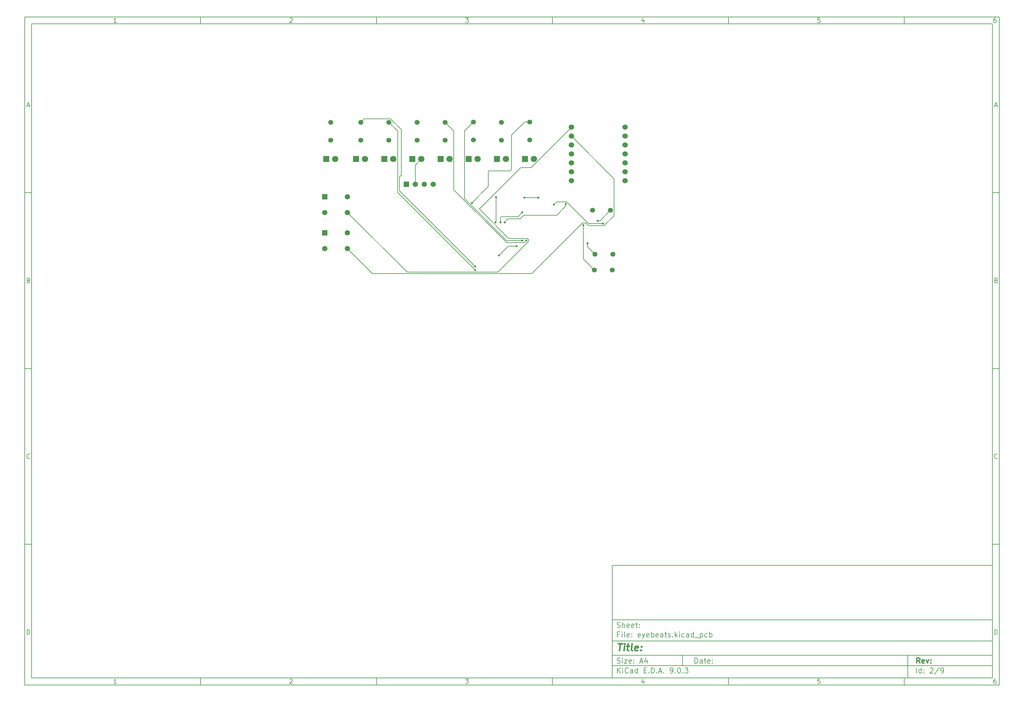
<source format=gbl>
%TF.GenerationSoftware,KiCad,Pcbnew,9.0.3*%
%TF.CreationDate,2025-08-03T00:48:55+01:00*%
%TF.ProjectId,eyebeats,65796562-6561-4747-932e-6b696361645f,rev?*%
%TF.SameCoordinates,Original*%
%TF.FileFunction,Copper,L2,Bot*%
%TF.FilePolarity,Positive*%
%FSLAX46Y46*%
G04 Gerber Fmt 4.6, Leading zero omitted, Abs format (unit mm)*
G04 Created by KiCad (PCBNEW 9.0.3) date 2025-08-03 00:48:55*
%MOMM*%
%LPD*%
G01*
G04 APERTURE LIST*
%ADD10C,0.100000*%
%ADD11C,0.150000*%
%ADD12C,0.300000*%
%ADD13C,0.400000*%
%TA.AperFunction,ComponentPad*%
%ADD14R,1.800000X1.800000*%
%TD*%
%TA.AperFunction,ComponentPad*%
%ADD15C,1.800000*%
%TD*%
%TA.AperFunction,ComponentPad*%
%ADD16C,1.400000*%
%TD*%
%TA.AperFunction,ComponentPad*%
%ADD17C,1.524000*%
%TD*%
%TA.AperFunction,ComponentPad*%
%ADD18R,1.508000X1.508000*%
%TD*%
%TA.AperFunction,ComponentPad*%
%ADD19C,1.508000*%
%TD*%
%TA.AperFunction,ComponentPad*%
%ADD20R,1.498000X1.498000*%
%TD*%
%TA.AperFunction,ComponentPad*%
%ADD21C,1.498000*%
%TD*%
%TA.AperFunction,ViaPad*%
%ADD22C,0.600000*%
%TD*%
%TA.AperFunction,Conductor*%
%ADD23C,0.200000*%
%TD*%
G04 APERTURE END LIST*
D10*
D11*
X177002200Y-166007200D02*
X285002200Y-166007200D01*
X285002200Y-198007200D01*
X177002200Y-198007200D01*
X177002200Y-166007200D01*
D10*
D11*
X10000000Y-10000000D02*
X287002200Y-10000000D01*
X287002200Y-200007200D01*
X10000000Y-200007200D01*
X10000000Y-10000000D01*
D10*
D11*
X12000000Y-12000000D02*
X285002200Y-12000000D01*
X285002200Y-198007200D01*
X12000000Y-198007200D01*
X12000000Y-12000000D01*
D10*
D11*
X60000000Y-12000000D02*
X60000000Y-10000000D01*
D10*
D11*
X110000000Y-12000000D02*
X110000000Y-10000000D01*
D10*
D11*
X160000000Y-12000000D02*
X160000000Y-10000000D01*
D10*
D11*
X210000000Y-12000000D02*
X210000000Y-10000000D01*
D10*
D11*
X260000000Y-12000000D02*
X260000000Y-10000000D01*
D10*
D11*
X36089160Y-11593604D02*
X35346303Y-11593604D01*
X35717731Y-11593604D02*
X35717731Y-10293604D01*
X35717731Y-10293604D02*
X35593922Y-10479319D01*
X35593922Y-10479319D02*
X35470112Y-10603128D01*
X35470112Y-10603128D02*
X35346303Y-10665033D01*
D10*
D11*
X85346303Y-10417414D02*
X85408207Y-10355509D01*
X85408207Y-10355509D02*
X85532017Y-10293604D01*
X85532017Y-10293604D02*
X85841541Y-10293604D01*
X85841541Y-10293604D02*
X85965350Y-10355509D01*
X85965350Y-10355509D02*
X86027255Y-10417414D01*
X86027255Y-10417414D02*
X86089160Y-10541223D01*
X86089160Y-10541223D02*
X86089160Y-10665033D01*
X86089160Y-10665033D02*
X86027255Y-10850747D01*
X86027255Y-10850747D02*
X85284398Y-11593604D01*
X85284398Y-11593604D02*
X86089160Y-11593604D01*
D10*
D11*
X135284398Y-10293604D02*
X136089160Y-10293604D01*
X136089160Y-10293604D02*
X135655826Y-10788842D01*
X135655826Y-10788842D02*
X135841541Y-10788842D01*
X135841541Y-10788842D02*
X135965350Y-10850747D01*
X135965350Y-10850747D02*
X136027255Y-10912652D01*
X136027255Y-10912652D02*
X136089160Y-11036461D01*
X136089160Y-11036461D02*
X136089160Y-11345985D01*
X136089160Y-11345985D02*
X136027255Y-11469795D01*
X136027255Y-11469795D02*
X135965350Y-11531700D01*
X135965350Y-11531700D02*
X135841541Y-11593604D01*
X135841541Y-11593604D02*
X135470112Y-11593604D01*
X135470112Y-11593604D02*
X135346303Y-11531700D01*
X135346303Y-11531700D02*
X135284398Y-11469795D01*
D10*
D11*
X185965350Y-10726938D02*
X185965350Y-11593604D01*
X185655826Y-10231700D02*
X185346303Y-11160271D01*
X185346303Y-11160271D02*
X186151064Y-11160271D01*
D10*
D11*
X236027255Y-10293604D02*
X235408207Y-10293604D01*
X235408207Y-10293604D02*
X235346303Y-10912652D01*
X235346303Y-10912652D02*
X235408207Y-10850747D01*
X235408207Y-10850747D02*
X235532017Y-10788842D01*
X235532017Y-10788842D02*
X235841541Y-10788842D01*
X235841541Y-10788842D02*
X235965350Y-10850747D01*
X235965350Y-10850747D02*
X236027255Y-10912652D01*
X236027255Y-10912652D02*
X236089160Y-11036461D01*
X236089160Y-11036461D02*
X236089160Y-11345985D01*
X236089160Y-11345985D02*
X236027255Y-11469795D01*
X236027255Y-11469795D02*
X235965350Y-11531700D01*
X235965350Y-11531700D02*
X235841541Y-11593604D01*
X235841541Y-11593604D02*
X235532017Y-11593604D01*
X235532017Y-11593604D02*
X235408207Y-11531700D01*
X235408207Y-11531700D02*
X235346303Y-11469795D01*
D10*
D11*
X285965350Y-10293604D02*
X285717731Y-10293604D01*
X285717731Y-10293604D02*
X285593922Y-10355509D01*
X285593922Y-10355509D02*
X285532017Y-10417414D01*
X285532017Y-10417414D02*
X285408207Y-10603128D01*
X285408207Y-10603128D02*
X285346303Y-10850747D01*
X285346303Y-10850747D02*
X285346303Y-11345985D01*
X285346303Y-11345985D02*
X285408207Y-11469795D01*
X285408207Y-11469795D02*
X285470112Y-11531700D01*
X285470112Y-11531700D02*
X285593922Y-11593604D01*
X285593922Y-11593604D02*
X285841541Y-11593604D01*
X285841541Y-11593604D02*
X285965350Y-11531700D01*
X285965350Y-11531700D02*
X286027255Y-11469795D01*
X286027255Y-11469795D02*
X286089160Y-11345985D01*
X286089160Y-11345985D02*
X286089160Y-11036461D01*
X286089160Y-11036461D02*
X286027255Y-10912652D01*
X286027255Y-10912652D02*
X285965350Y-10850747D01*
X285965350Y-10850747D02*
X285841541Y-10788842D01*
X285841541Y-10788842D02*
X285593922Y-10788842D01*
X285593922Y-10788842D02*
X285470112Y-10850747D01*
X285470112Y-10850747D02*
X285408207Y-10912652D01*
X285408207Y-10912652D02*
X285346303Y-11036461D01*
D10*
D11*
X60000000Y-198007200D02*
X60000000Y-200007200D01*
D10*
D11*
X110000000Y-198007200D02*
X110000000Y-200007200D01*
D10*
D11*
X160000000Y-198007200D02*
X160000000Y-200007200D01*
D10*
D11*
X210000000Y-198007200D02*
X210000000Y-200007200D01*
D10*
D11*
X260000000Y-198007200D02*
X260000000Y-200007200D01*
D10*
D11*
X36089160Y-199600804D02*
X35346303Y-199600804D01*
X35717731Y-199600804D02*
X35717731Y-198300804D01*
X35717731Y-198300804D02*
X35593922Y-198486519D01*
X35593922Y-198486519D02*
X35470112Y-198610328D01*
X35470112Y-198610328D02*
X35346303Y-198672233D01*
D10*
D11*
X85346303Y-198424614D02*
X85408207Y-198362709D01*
X85408207Y-198362709D02*
X85532017Y-198300804D01*
X85532017Y-198300804D02*
X85841541Y-198300804D01*
X85841541Y-198300804D02*
X85965350Y-198362709D01*
X85965350Y-198362709D02*
X86027255Y-198424614D01*
X86027255Y-198424614D02*
X86089160Y-198548423D01*
X86089160Y-198548423D02*
X86089160Y-198672233D01*
X86089160Y-198672233D02*
X86027255Y-198857947D01*
X86027255Y-198857947D02*
X85284398Y-199600804D01*
X85284398Y-199600804D02*
X86089160Y-199600804D01*
D10*
D11*
X135284398Y-198300804D02*
X136089160Y-198300804D01*
X136089160Y-198300804D02*
X135655826Y-198796042D01*
X135655826Y-198796042D02*
X135841541Y-198796042D01*
X135841541Y-198796042D02*
X135965350Y-198857947D01*
X135965350Y-198857947D02*
X136027255Y-198919852D01*
X136027255Y-198919852D02*
X136089160Y-199043661D01*
X136089160Y-199043661D02*
X136089160Y-199353185D01*
X136089160Y-199353185D02*
X136027255Y-199476995D01*
X136027255Y-199476995D02*
X135965350Y-199538900D01*
X135965350Y-199538900D02*
X135841541Y-199600804D01*
X135841541Y-199600804D02*
X135470112Y-199600804D01*
X135470112Y-199600804D02*
X135346303Y-199538900D01*
X135346303Y-199538900D02*
X135284398Y-199476995D01*
D10*
D11*
X185965350Y-198734138D02*
X185965350Y-199600804D01*
X185655826Y-198238900D02*
X185346303Y-199167471D01*
X185346303Y-199167471D02*
X186151064Y-199167471D01*
D10*
D11*
X236027255Y-198300804D02*
X235408207Y-198300804D01*
X235408207Y-198300804D02*
X235346303Y-198919852D01*
X235346303Y-198919852D02*
X235408207Y-198857947D01*
X235408207Y-198857947D02*
X235532017Y-198796042D01*
X235532017Y-198796042D02*
X235841541Y-198796042D01*
X235841541Y-198796042D02*
X235965350Y-198857947D01*
X235965350Y-198857947D02*
X236027255Y-198919852D01*
X236027255Y-198919852D02*
X236089160Y-199043661D01*
X236089160Y-199043661D02*
X236089160Y-199353185D01*
X236089160Y-199353185D02*
X236027255Y-199476995D01*
X236027255Y-199476995D02*
X235965350Y-199538900D01*
X235965350Y-199538900D02*
X235841541Y-199600804D01*
X235841541Y-199600804D02*
X235532017Y-199600804D01*
X235532017Y-199600804D02*
X235408207Y-199538900D01*
X235408207Y-199538900D02*
X235346303Y-199476995D01*
D10*
D11*
X285965350Y-198300804D02*
X285717731Y-198300804D01*
X285717731Y-198300804D02*
X285593922Y-198362709D01*
X285593922Y-198362709D02*
X285532017Y-198424614D01*
X285532017Y-198424614D02*
X285408207Y-198610328D01*
X285408207Y-198610328D02*
X285346303Y-198857947D01*
X285346303Y-198857947D02*
X285346303Y-199353185D01*
X285346303Y-199353185D02*
X285408207Y-199476995D01*
X285408207Y-199476995D02*
X285470112Y-199538900D01*
X285470112Y-199538900D02*
X285593922Y-199600804D01*
X285593922Y-199600804D02*
X285841541Y-199600804D01*
X285841541Y-199600804D02*
X285965350Y-199538900D01*
X285965350Y-199538900D02*
X286027255Y-199476995D01*
X286027255Y-199476995D02*
X286089160Y-199353185D01*
X286089160Y-199353185D02*
X286089160Y-199043661D01*
X286089160Y-199043661D02*
X286027255Y-198919852D01*
X286027255Y-198919852D02*
X285965350Y-198857947D01*
X285965350Y-198857947D02*
X285841541Y-198796042D01*
X285841541Y-198796042D02*
X285593922Y-198796042D01*
X285593922Y-198796042D02*
X285470112Y-198857947D01*
X285470112Y-198857947D02*
X285408207Y-198919852D01*
X285408207Y-198919852D02*
X285346303Y-199043661D01*
D10*
D11*
X10000000Y-60000000D02*
X12000000Y-60000000D01*
D10*
D11*
X10000000Y-110000000D02*
X12000000Y-110000000D01*
D10*
D11*
X10000000Y-160000000D02*
X12000000Y-160000000D01*
D10*
D11*
X10690476Y-35222176D02*
X11309523Y-35222176D01*
X10566666Y-35593604D02*
X10999999Y-34293604D01*
X10999999Y-34293604D02*
X11433333Y-35593604D01*
D10*
D11*
X11092857Y-84912652D02*
X11278571Y-84974557D01*
X11278571Y-84974557D02*
X11340476Y-85036461D01*
X11340476Y-85036461D02*
X11402380Y-85160271D01*
X11402380Y-85160271D02*
X11402380Y-85345985D01*
X11402380Y-85345985D02*
X11340476Y-85469795D01*
X11340476Y-85469795D02*
X11278571Y-85531700D01*
X11278571Y-85531700D02*
X11154761Y-85593604D01*
X11154761Y-85593604D02*
X10659523Y-85593604D01*
X10659523Y-85593604D02*
X10659523Y-84293604D01*
X10659523Y-84293604D02*
X11092857Y-84293604D01*
X11092857Y-84293604D02*
X11216666Y-84355509D01*
X11216666Y-84355509D02*
X11278571Y-84417414D01*
X11278571Y-84417414D02*
X11340476Y-84541223D01*
X11340476Y-84541223D02*
X11340476Y-84665033D01*
X11340476Y-84665033D02*
X11278571Y-84788842D01*
X11278571Y-84788842D02*
X11216666Y-84850747D01*
X11216666Y-84850747D02*
X11092857Y-84912652D01*
X11092857Y-84912652D02*
X10659523Y-84912652D01*
D10*
D11*
X11402380Y-135469795D02*
X11340476Y-135531700D01*
X11340476Y-135531700D02*
X11154761Y-135593604D01*
X11154761Y-135593604D02*
X11030952Y-135593604D01*
X11030952Y-135593604D02*
X10845238Y-135531700D01*
X10845238Y-135531700D02*
X10721428Y-135407890D01*
X10721428Y-135407890D02*
X10659523Y-135284080D01*
X10659523Y-135284080D02*
X10597619Y-135036461D01*
X10597619Y-135036461D02*
X10597619Y-134850747D01*
X10597619Y-134850747D02*
X10659523Y-134603128D01*
X10659523Y-134603128D02*
X10721428Y-134479319D01*
X10721428Y-134479319D02*
X10845238Y-134355509D01*
X10845238Y-134355509D02*
X11030952Y-134293604D01*
X11030952Y-134293604D02*
X11154761Y-134293604D01*
X11154761Y-134293604D02*
X11340476Y-134355509D01*
X11340476Y-134355509D02*
X11402380Y-134417414D01*
D10*
D11*
X10659523Y-185593604D02*
X10659523Y-184293604D01*
X10659523Y-184293604D02*
X10969047Y-184293604D01*
X10969047Y-184293604D02*
X11154761Y-184355509D01*
X11154761Y-184355509D02*
X11278571Y-184479319D01*
X11278571Y-184479319D02*
X11340476Y-184603128D01*
X11340476Y-184603128D02*
X11402380Y-184850747D01*
X11402380Y-184850747D02*
X11402380Y-185036461D01*
X11402380Y-185036461D02*
X11340476Y-185284080D01*
X11340476Y-185284080D02*
X11278571Y-185407890D01*
X11278571Y-185407890D02*
X11154761Y-185531700D01*
X11154761Y-185531700D02*
X10969047Y-185593604D01*
X10969047Y-185593604D02*
X10659523Y-185593604D01*
D10*
D11*
X287002200Y-60000000D02*
X285002200Y-60000000D01*
D10*
D11*
X287002200Y-110000000D02*
X285002200Y-110000000D01*
D10*
D11*
X287002200Y-160000000D02*
X285002200Y-160000000D01*
D10*
D11*
X285692676Y-35222176D02*
X286311723Y-35222176D01*
X285568866Y-35593604D02*
X286002199Y-34293604D01*
X286002199Y-34293604D02*
X286435533Y-35593604D01*
D10*
D11*
X286095057Y-84912652D02*
X286280771Y-84974557D01*
X286280771Y-84974557D02*
X286342676Y-85036461D01*
X286342676Y-85036461D02*
X286404580Y-85160271D01*
X286404580Y-85160271D02*
X286404580Y-85345985D01*
X286404580Y-85345985D02*
X286342676Y-85469795D01*
X286342676Y-85469795D02*
X286280771Y-85531700D01*
X286280771Y-85531700D02*
X286156961Y-85593604D01*
X286156961Y-85593604D02*
X285661723Y-85593604D01*
X285661723Y-85593604D02*
X285661723Y-84293604D01*
X285661723Y-84293604D02*
X286095057Y-84293604D01*
X286095057Y-84293604D02*
X286218866Y-84355509D01*
X286218866Y-84355509D02*
X286280771Y-84417414D01*
X286280771Y-84417414D02*
X286342676Y-84541223D01*
X286342676Y-84541223D02*
X286342676Y-84665033D01*
X286342676Y-84665033D02*
X286280771Y-84788842D01*
X286280771Y-84788842D02*
X286218866Y-84850747D01*
X286218866Y-84850747D02*
X286095057Y-84912652D01*
X286095057Y-84912652D02*
X285661723Y-84912652D01*
D10*
D11*
X286404580Y-135469795D02*
X286342676Y-135531700D01*
X286342676Y-135531700D02*
X286156961Y-135593604D01*
X286156961Y-135593604D02*
X286033152Y-135593604D01*
X286033152Y-135593604D02*
X285847438Y-135531700D01*
X285847438Y-135531700D02*
X285723628Y-135407890D01*
X285723628Y-135407890D02*
X285661723Y-135284080D01*
X285661723Y-135284080D02*
X285599819Y-135036461D01*
X285599819Y-135036461D02*
X285599819Y-134850747D01*
X285599819Y-134850747D02*
X285661723Y-134603128D01*
X285661723Y-134603128D02*
X285723628Y-134479319D01*
X285723628Y-134479319D02*
X285847438Y-134355509D01*
X285847438Y-134355509D02*
X286033152Y-134293604D01*
X286033152Y-134293604D02*
X286156961Y-134293604D01*
X286156961Y-134293604D02*
X286342676Y-134355509D01*
X286342676Y-134355509D02*
X286404580Y-134417414D01*
D10*
D11*
X285661723Y-185593604D02*
X285661723Y-184293604D01*
X285661723Y-184293604D02*
X285971247Y-184293604D01*
X285971247Y-184293604D02*
X286156961Y-184355509D01*
X286156961Y-184355509D02*
X286280771Y-184479319D01*
X286280771Y-184479319D02*
X286342676Y-184603128D01*
X286342676Y-184603128D02*
X286404580Y-184850747D01*
X286404580Y-184850747D02*
X286404580Y-185036461D01*
X286404580Y-185036461D02*
X286342676Y-185284080D01*
X286342676Y-185284080D02*
X286280771Y-185407890D01*
X286280771Y-185407890D02*
X286156961Y-185531700D01*
X286156961Y-185531700D02*
X285971247Y-185593604D01*
X285971247Y-185593604D02*
X285661723Y-185593604D01*
D10*
D11*
X200458026Y-193793328D02*
X200458026Y-192293328D01*
X200458026Y-192293328D02*
X200815169Y-192293328D01*
X200815169Y-192293328D02*
X201029455Y-192364757D01*
X201029455Y-192364757D02*
X201172312Y-192507614D01*
X201172312Y-192507614D02*
X201243741Y-192650471D01*
X201243741Y-192650471D02*
X201315169Y-192936185D01*
X201315169Y-192936185D02*
X201315169Y-193150471D01*
X201315169Y-193150471D02*
X201243741Y-193436185D01*
X201243741Y-193436185D02*
X201172312Y-193579042D01*
X201172312Y-193579042D02*
X201029455Y-193721900D01*
X201029455Y-193721900D02*
X200815169Y-193793328D01*
X200815169Y-193793328D02*
X200458026Y-193793328D01*
X202600884Y-193793328D02*
X202600884Y-193007614D01*
X202600884Y-193007614D02*
X202529455Y-192864757D01*
X202529455Y-192864757D02*
X202386598Y-192793328D01*
X202386598Y-192793328D02*
X202100884Y-192793328D01*
X202100884Y-192793328D02*
X201958026Y-192864757D01*
X202600884Y-193721900D02*
X202458026Y-193793328D01*
X202458026Y-193793328D02*
X202100884Y-193793328D01*
X202100884Y-193793328D02*
X201958026Y-193721900D01*
X201958026Y-193721900D02*
X201886598Y-193579042D01*
X201886598Y-193579042D02*
X201886598Y-193436185D01*
X201886598Y-193436185D02*
X201958026Y-193293328D01*
X201958026Y-193293328D02*
X202100884Y-193221900D01*
X202100884Y-193221900D02*
X202458026Y-193221900D01*
X202458026Y-193221900D02*
X202600884Y-193150471D01*
X203100884Y-192793328D02*
X203672312Y-192793328D01*
X203315169Y-192293328D02*
X203315169Y-193579042D01*
X203315169Y-193579042D02*
X203386598Y-193721900D01*
X203386598Y-193721900D02*
X203529455Y-193793328D01*
X203529455Y-193793328D02*
X203672312Y-193793328D01*
X204743741Y-193721900D02*
X204600884Y-193793328D01*
X204600884Y-193793328D02*
X204315170Y-193793328D01*
X204315170Y-193793328D02*
X204172312Y-193721900D01*
X204172312Y-193721900D02*
X204100884Y-193579042D01*
X204100884Y-193579042D02*
X204100884Y-193007614D01*
X204100884Y-193007614D02*
X204172312Y-192864757D01*
X204172312Y-192864757D02*
X204315170Y-192793328D01*
X204315170Y-192793328D02*
X204600884Y-192793328D01*
X204600884Y-192793328D02*
X204743741Y-192864757D01*
X204743741Y-192864757D02*
X204815170Y-193007614D01*
X204815170Y-193007614D02*
X204815170Y-193150471D01*
X204815170Y-193150471D02*
X204100884Y-193293328D01*
X205458026Y-193650471D02*
X205529455Y-193721900D01*
X205529455Y-193721900D02*
X205458026Y-193793328D01*
X205458026Y-193793328D02*
X205386598Y-193721900D01*
X205386598Y-193721900D02*
X205458026Y-193650471D01*
X205458026Y-193650471D02*
X205458026Y-193793328D01*
X205458026Y-192864757D02*
X205529455Y-192936185D01*
X205529455Y-192936185D02*
X205458026Y-193007614D01*
X205458026Y-193007614D02*
X205386598Y-192936185D01*
X205386598Y-192936185D02*
X205458026Y-192864757D01*
X205458026Y-192864757D02*
X205458026Y-193007614D01*
D10*
D11*
X177002200Y-194507200D02*
X285002200Y-194507200D01*
D10*
D11*
X178458026Y-196593328D02*
X178458026Y-195093328D01*
X179315169Y-196593328D02*
X178672312Y-195736185D01*
X179315169Y-195093328D02*
X178458026Y-195950471D01*
X179958026Y-196593328D02*
X179958026Y-195593328D01*
X179958026Y-195093328D02*
X179886598Y-195164757D01*
X179886598Y-195164757D02*
X179958026Y-195236185D01*
X179958026Y-195236185D02*
X180029455Y-195164757D01*
X180029455Y-195164757D02*
X179958026Y-195093328D01*
X179958026Y-195093328D02*
X179958026Y-195236185D01*
X181529455Y-196450471D02*
X181458027Y-196521900D01*
X181458027Y-196521900D02*
X181243741Y-196593328D01*
X181243741Y-196593328D02*
X181100884Y-196593328D01*
X181100884Y-196593328D02*
X180886598Y-196521900D01*
X180886598Y-196521900D02*
X180743741Y-196379042D01*
X180743741Y-196379042D02*
X180672312Y-196236185D01*
X180672312Y-196236185D02*
X180600884Y-195950471D01*
X180600884Y-195950471D02*
X180600884Y-195736185D01*
X180600884Y-195736185D02*
X180672312Y-195450471D01*
X180672312Y-195450471D02*
X180743741Y-195307614D01*
X180743741Y-195307614D02*
X180886598Y-195164757D01*
X180886598Y-195164757D02*
X181100884Y-195093328D01*
X181100884Y-195093328D02*
X181243741Y-195093328D01*
X181243741Y-195093328D02*
X181458027Y-195164757D01*
X181458027Y-195164757D02*
X181529455Y-195236185D01*
X182815170Y-196593328D02*
X182815170Y-195807614D01*
X182815170Y-195807614D02*
X182743741Y-195664757D01*
X182743741Y-195664757D02*
X182600884Y-195593328D01*
X182600884Y-195593328D02*
X182315170Y-195593328D01*
X182315170Y-195593328D02*
X182172312Y-195664757D01*
X182815170Y-196521900D02*
X182672312Y-196593328D01*
X182672312Y-196593328D02*
X182315170Y-196593328D01*
X182315170Y-196593328D02*
X182172312Y-196521900D01*
X182172312Y-196521900D02*
X182100884Y-196379042D01*
X182100884Y-196379042D02*
X182100884Y-196236185D01*
X182100884Y-196236185D02*
X182172312Y-196093328D01*
X182172312Y-196093328D02*
X182315170Y-196021900D01*
X182315170Y-196021900D02*
X182672312Y-196021900D01*
X182672312Y-196021900D02*
X182815170Y-195950471D01*
X184172313Y-196593328D02*
X184172313Y-195093328D01*
X184172313Y-196521900D02*
X184029455Y-196593328D01*
X184029455Y-196593328D02*
X183743741Y-196593328D01*
X183743741Y-196593328D02*
X183600884Y-196521900D01*
X183600884Y-196521900D02*
X183529455Y-196450471D01*
X183529455Y-196450471D02*
X183458027Y-196307614D01*
X183458027Y-196307614D02*
X183458027Y-195879042D01*
X183458027Y-195879042D02*
X183529455Y-195736185D01*
X183529455Y-195736185D02*
X183600884Y-195664757D01*
X183600884Y-195664757D02*
X183743741Y-195593328D01*
X183743741Y-195593328D02*
X184029455Y-195593328D01*
X184029455Y-195593328D02*
X184172313Y-195664757D01*
X186029455Y-195807614D02*
X186529455Y-195807614D01*
X186743741Y-196593328D02*
X186029455Y-196593328D01*
X186029455Y-196593328D02*
X186029455Y-195093328D01*
X186029455Y-195093328D02*
X186743741Y-195093328D01*
X187386598Y-196450471D02*
X187458027Y-196521900D01*
X187458027Y-196521900D02*
X187386598Y-196593328D01*
X187386598Y-196593328D02*
X187315170Y-196521900D01*
X187315170Y-196521900D02*
X187386598Y-196450471D01*
X187386598Y-196450471D02*
X187386598Y-196593328D01*
X188100884Y-196593328D02*
X188100884Y-195093328D01*
X188100884Y-195093328D02*
X188458027Y-195093328D01*
X188458027Y-195093328D02*
X188672313Y-195164757D01*
X188672313Y-195164757D02*
X188815170Y-195307614D01*
X188815170Y-195307614D02*
X188886599Y-195450471D01*
X188886599Y-195450471D02*
X188958027Y-195736185D01*
X188958027Y-195736185D02*
X188958027Y-195950471D01*
X188958027Y-195950471D02*
X188886599Y-196236185D01*
X188886599Y-196236185D02*
X188815170Y-196379042D01*
X188815170Y-196379042D02*
X188672313Y-196521900D01*
X188672313Y-196521900D02*
X188458027Y-196593328D01*
X188458027Y-196593328D02*
X188100884Y-196593328D01*
X189600884Y-196450471D02*
X189672313Y-196521900D01*
X189672313Y-196521900D02*
X189600884Y-196593328D01*
X189600884Y-196593328D02*
X189529456Y-196521900D01*
X189529456Y-196521900D02*
X189600884Y-196450471D01*
X189600884Y-196450471D02*
X189600884Y-196593328D01*
X190243742Y-196164757D02*
X190958028Y-196164757D01*
X190100885Y-196593328D02*
X190600885Y-195093328D01*
X190600885Y-195093328D02*
X191100885Y-196593328D01*
X191600884Y-196450471D02*
X191672313Y-196521900D01*
X191672313Y-196521900D02*
X191600884Y-196593328D01*
X191600884Y-196593328D02*
X191529456Y-196521900D01*
X191529456Y-196521900D02*
X191600884Y-196450471D01*
X191600884Y-196450471D02*
X191600884Y-196593328D01*
X193529456Y-196593328D02*
X193815170Y-196593328D01*
X193815170Y-196593328D02*
X193958027Y-196521900D01*
X193958027Y-196521900D02*
X194029456Y-196450471D01*
X194029456Y-196450471D02*
X194172313Y-196236185D01*
X194172313Y-196236185D02*
X194243742Y-195950471D01*
X194243742Y-195950471D02*
X194243742Y-195379042D01*
X194243742Y-195379042D02*
X194172313Y-195236185D01*
X194172313Y-195236185D02*
X194100885Y-195164757D01*
X194100885Y-195164757D02*
X193958027Y-195093328D01*
X193958027Y-195093328D02*
X193672313Y-195093328D01*
X193672313Y-195093328D02*
X193529456Y-195164757D01*
X193529456Y-195164757D02*
X193458027Y-195236185D01*
X193458027Y-195236185D02*
X193386599Y-195379042D01*
X193386599Y-195379042D02*
X193386599Y-195736185D01*
X193386599Y-195736185D02*
X193458027Y-195879042D01*
X193458027Y-195879042D02*
X193529456Y-195950471D01*
X193529456Y-195950471D02*
X193672313Y-196021900D01*
X193672313Y-196021900D02*
X193958027Y-196021900D01*
X193958027Y-196021900D02*
X194100885Y-195950471D01*
X194100885Y-195950471D02*
X194172313Y-195879042D01*
X194172313Y-195879042D02*
X194243742Y-195736185D01*
X194886598Y-196450471D02*
X194958027Y-196521900D01*
X194958027Y-196521900D02*
X194886598Y-196593328D01*
X194886598Y-196593328D02*
X194815170Y-196521900D01*
X194815170Y-196521900D02*
X194886598Y-196450471D01*
X194886598Y-196450471D02*
X194886598Y-196593328D01*
X195886599Y-195093328D02*
X196029456Y-195093328D01*
X196029456Y-195093328D02*
X196172313Y-195164757D01*
X196172313Y-195164757D02*
X196243742Y-195236185D01*
X196243742Y-195236185D02*
X196315170Y-195379042D01*
X196315170Y-195379042D02*
X196386599Y-195664757D01*
X196386599Y-195664757D02*
X196386599Y-196021900D01*
X196386599Y-196021900D02*
X196315170Y-196307614D01*
X196315170Y-196307614D02*
X196243742Y-196450471D01*
X196243742Y-196450471D02*
X196172313Y-196521900D01*
X196172313Y-196521900D02*
X196029456Y-196593328D01*
X196029456Y-196593328D02*
X195886599Y-196593328D01*
X195886599Y-196593328D02*
X195743742Y-196521900D01*
X195743742Y-196521900D02*
X195672313Y-196450471D01*
X195672313Y-196450471D02*
X195600884Y-196307614D01*
X195600884Y-196307614D02*
X195529456Y-196021900D01*
X195529456Y-196021900D02*
X195529456Y-195664757D01*
X195529456Y-195664757D02*
X195600884Y-195379042D01*
X195600884Y-195379042D02*
X195672313Y-195236185D01*
X195672313Y-195236185D02*
X195743742Y-195164757D01*
X195743742Y-195164757D02*
X195886599Y-195093328D01*
X197029455Y-196450471D02*
X197100884Y-196521900D01*
X197100884Y-196521900D02*
X197029455Y-196593328D01*
X197029455Y-196593328D02*
X196958027Y-196521900D01*
X196958027Y-196521900D02*
X197029455Y-196450471D01*
X197029455Y-196450471D02*
X197029455Y-196593328D01*
X197600884Y-195093328D02*
X198529456Y-195093328D01*
X198529456Y-195093328D02*
X198029456Y-195664757D01*
X198029456Y-195664757D02*
X198243741Y-195664757D01*
X198243741Y-195664757D02*
X198386599Y-195736185D01*
X198386599Y-195736185D02*
X198458027Y-195807614D01*
X198458027Y-195807614D02*
X198529456Y-195950471D01*
X198529456Y-195950471D02*
X198529456Y-196307614D01*
X198529456Y-196307614D02*
X198458027Y-196450471D01*
X198458027Y-196450471D02*
X198386599Y-196521900D01*
X198386599Y-196521900D02*
X198243741Y-196593328D01*
X198243741Y-196593328D02*
X197815170Y-196593328D01*
X197815170Y-196593328D02*
X197672313Y-196521900D01*
X197672313Y-196521900D02*
X197600884Y-196450471D01*
D10*
D11*
X177002200Y-191507200D02*
X285002200Y-191507200D01*
D10*
D12*
X264413853Y-193785528D02*
X263913853Y-193071242D01*
X263556710Y-193785528D02*
X263556710Y-192285528D01*
X263556710Y-192285528D02*
X264128139Y-192285528D01*
X264128139Y-192285528D02*
X264270996Y-192356957D01*
X264270996Y-192356957D02*
X264342425Y-192428385D01*
X264342425Y-192428385D02*
X264413853Y-192571242D01*
X264413853Y-192571242D02*
X264413853Y-192785528D01*
X264413853Y-192785528D02*
X264342425Y-192928385D01*
X264342425Y-192928385D02*
X264270996Y-192999814D01*
X264270996Y-192999814D02*
X264128139Y-193071242D01*
X264128139Y-193071242D02*
X263556710Y-193071242D01*
X265628139Y-193714100D02*
X265485282Y-193785528D01*
X265485282Y-193785528D02*
X265199568Y-193785528D01*
X265199568Y-193785528D02*
X265056710Y-193714100D01*
X265056710Y-193714100D02*
X264985282Y-193571242D01*
X264985282Y-193571242D02*
X264985282Y-192999814D01*
X264985282Y-192999814D02*
X265056710Y-192856957D01*
X265056710Y-192856957D02*
X265199568Y-192785528D01*
X265199568Y-192785528D02*
X265485282Y-192785528D01*
X265485282Y-192785528D02*
X265628139Y-192856957D01*
X265628139Y-192856957D02*
X265699568Y-192999814D01*
X265699568Y-192999814D02*
X265699568Y-193142671D01*
X265699568Y-193142671D02*
X264985282Y-193285528D01*
X266199567Y-192785528D02*
X266556710Y-193785528D01*
X266556710Y-193785528D02*
X266913853Y-192785528D01*
X267485281Y-193642671D02*
X267556710Y-193714100D01*
X267556710Y-193714100D02*
X267485281Y-193785528D01*
X267485281Y-193785528D02*
X267413853Y-193714100D01*
X267413853Y-193714100D02*
X267485281Y-193642671D01*
X267485281Y-193642671D02*
X267485281Y-193785528D01*
X267485281Y-192856957D02*
X267556710Y-192928385D01*
X267556710Y-192928385D02*
X267485281Y-192999814D01*
X267485281Y-192999814D02*
X267413853Y-192928385D01*
X267413853Y-192928385D02*
X267485281Y-192856957D01*
X267485281Y-192856957D02*
X267485281Y-192999814D01*
D10*
D11*
X178386598Y-193721900D02*
X178600884Y-193793328D01*
X178600884Y-193793328D02*
X178958026Y-193793328D01*
X178958026Y-193793328D02*
X179100884Y-193721900D01*
X179100884Y-193721900D02*
X179172312Y-193650471D01*
X179172312Y-193650471D02*
X179243741Y-193507614D01*
X179243741Y-193507614D02*
X179243741Y-193364757D01*
X179243741Y-193364757D02*
X179172312Y-193221900D01*
X179172312Y-193221900D02*
X179100884Y-193150471D01*
X179100884Y-193150471D02*
X178958026Y-193079042D01*
X178958026Y-193079042D02*
X178672312Y-193007614D01*
X178672312Y-193007614D02*
X178529455Y-192936185D01*
X178529455Y-192936185D02*
X178458026Y-192864757D01*
X178458026Y-192864757D02*
X178386598Y-192721900D01*
X178386598Y-192721900D02*
X178386598Y-192579042D01*
X178386598Y-192579042D02*
X178458026Y-192436185D01*
X178458026Y-192436185D02*
X178529455Y-192364757D01*
X178529455Y-192364757D02*
X178672312Y-192293328D01*
X178672312Y-192293328D02*
X179029455Y-192293328D01*
X179029455Y-192293328D02*
X179243741Y-192364757D01*
X179886597Y-193793328D02*
X179886597Y-192793328D01*
X179886597Y-192293328D02*
X179815169Y-192364757D01*
X179815169Y-192364757D02*
X179886597Y-192436185D01*
X179886597Y-192436185D02*
X179958026Y-192364757D01*
X179958026Y-192364757D02*
X179886597Y-192293328D01*
X179886597Y-192293328D02*
X179886597Y-192436185D01*
X180458026Y-192793328D02*
X181243741Y-192793328D01*
X181243741Y-192793328D02*
X180458026Y-193793328D01*
X180458026Y-193793328D02*
X181243741Y-193793328D01*
X182386598Y-193721900D02*
X182243741Y-193793328D01*
X182243741Y-193793328D02*
X181958027Y-193793328D01*
X181958027Y-193793328D02*
X181815169Y-193721900D01*
X181815169Y-193721900D02*
X181743741Y-193579042D01*
X181743741Y-193579042D02*
X181743741Y-193007614D01*
X181743741Y-193007614D02*
X181815169Y-192864757D01*
X181815169Y-192864757D02*
X181958027Y-192793328D01*
X181958027Y-192793328D02*
X182243741Y-192793328D01*
X182243741Y-192793328D02*
X182386598Y-192864757D01*
X182386598Y-192864757D02*
X182458027Y-193007614D01*
X182458027Y-193007614D02*
X182458027Y-193150471D01*
X182458027Y-193150471D02*
X181743741Y-193293328D01*
X183100883Y-193650471D02*
X183172312Y-193721900D01*
X183172312Y-193721900D02*
X183100883Y-193793328D01*
X183100883Y-193793328D02*
X183029455Y-193721900D01*
X183029455Y-193721900D02*
X183100883Y-193650471D01*
X183100883Y-193650471D02*
X183100883Y-193793328D01*
X183100883Y-192864757D02*
X183172312Y-192936185D01*
X183172312Y-192936185D02*
X183100883Y-193007614D01*
X183100883Y-193007614D02*
X183029455Y-192936185D01*
X183029455Y-192936185D02*
X183100883Y-192864757D01*
X183100883Y-192864757D02*
X183100883Y-193007614D01*
X184886598Y-193364757D02*
X185600884Y-193364757D01*
X184743741Y-193793328D02*
X185243741Y-192293328D01*
X185243741Y-192293328D02*
X185743741Y-193793328D01*
X186886598Y-192793328D02*
X186886598Y-193793328D01*
X186529455Y-192221900D02*
X186172312Y-193293328D01*
X186172312Y-193293328D02*
X187100883Y-193293328D01*
D10*
D11*
X263458026Y-196593328D02*
X263458026Y-195093328D01*
X264815170Y-196593328D02*
X264815170Y-195093328D01*
X264815170Y-196521900D02*
X264672312Y-196593328D01*
X264672312Y-196593328D02*
X264386598Y-196593328D01*
X264386598Y-196593328D02*
X264243741Y-196521900D01*
X264243741Y-196521900D02*
X264172312Y-196450471D01*
X264172312Y-196450471D02*
X264100884Y-196307614D01*
X264100884Y-196307614D02*
X264100884Y-195879042D01*
X264100884Y-195879042D02*
X264172312Y-195736185D01*
X264172312Y-195736185D02*
X264243741Y-195664757D01*
X264243741Y-195664757D02*
X264386598Y-195593328D01*
X264386598Y-195593328D02*
X264672312Y-195593328D01*
X264672312Y-195593328D02*
X264815170Y-195664757D01*
X265529455Y-196450471D02*
X265600884Y-196521900D01*
X265600884Y-196521900D02*
X265529455Y-196593328D01*
X265529455Y-196593328D02*
X265458027Y-196521900D01*
X265458027Y-196521900D02*
X265529455Y-196450471D01*
X265529455Y-196450471D02*
X265529455Y-196593328D01*
X265529455Y-195664757D02*
X265600884Y-195736185D01*
X265600884Y-195736185D02*
X265529455Y-195807614D01*
X265529455Y-195807614D02*
X265458027Y-195736185D01*
X265458027Y-195736185D02*
X265529455Y-195664757D01*
X265529455Y-195664757D02*
X265529455Y-195807614D01*
X267315170Y-195236185D02*
X267386598Y-195164757D01*
X267386598Y-195164757D02*
X267529456Y-195093328D01*
X267529456Y-195093328D02*
X267886598Y-195093328D01*
X267886598Y-195093328D02*
X268029456Y-195164757D01*
X268029456Y-195164757D02*
X268100884Y-195236185D01*
X268100884Y-195236185D02*
X268172313Y-195379042D01*
X268172313Y-195379042D02*
X268172313Y-195521900D01*
X268172313Y-195521900D02*
X268100884Y-195736185D01*
X268100884Y-195736185D02*
X267243741Y-196593328D01*
X267243741Y-196593328D02*
X268172313Y-196593328D01*
X269886598Y-195021900D02*
X268600884Y-196950471D01*
X270458027Y-196593328D02*
X270743741Y-196593328D01*
X270743741Y-196593328D02*
X270886598Y-196521900D01*
X270886598Y-196521900D02*
X270958027Y-196450471D01*
X270958027Y-196450471D02*
X271100884Y-196236185D01*
X271100884Y-196236185D02*
X271172313Y-195950471D01*
X271172313Y-195950471D02*
X271172313Y-195379042D01*
X271172313Y-195379042D02*
X271100884Y-195236185D01*
X271100884Y-195236185D02*
X271029456Y-195164757D01*
X271029456Y-195164757D02*
X270886598Y-195093328D01*
X270886598Y-195093328D02*
X270600884Y-195093328D01*
X270600884Y-195093328D02*
X270458027Y-195164757D01*
X270458027Y-195164757D02*
X270386598Y-195236185D01*
X270386598Y-195236185D02*
X270315170Y-195379042D01*
X270315170Y-195379042D02*
X270315170Y-195736185D01*
X270315170Y-195736185D02*
X270386598Y-195879042D01*
X270386598Y-195879042D02*
X270458027Y-195950471D01*
X270458027Y-195950471D02*
X270600884Y-196021900D01*
X270600884Y-196021900D02*
X270886598Y-196021900D01*
X270886598Y-196021900D02*
X271029456Y-195950471D01*
X271029456Y-195950471D02*
X271100884Y-195879042D01*
X271100884Y-195879042D02*
X271172313Y-195736185D01*
D10*
D11*
X177002200Y-187507200D02*
X285002200Y-187507200D01*
D10*
D13*
X178693928Y-188211638D02*
X179836785Y-188211638D01*
X179015357Y-190211638D02*
X179265357Y-188211638D01*
X180253452Y-190211638D02*
X180420119Y-188878304D01*
X180503452Y-188211638D02*
X180396309Y-188306876D01*
X180396309Y-188306876D02*
X180479643Y-188402114D01*
X180479643Y-188402114D02*
X180586786Y-188306876D01*
X180586786Y-188306876D02*
X180503452Y-188211638D01*
X180503452Y-188211638D02*
X180479643Y-188402114D01*
X181086786Y-188878304D02*
X181848690Y-188878304D01*
X181455833Y-188211638D02*
X181241548Y-189925923D01*
X181241548Y-189925923D02*
X181312976Y-190116400D01*
X181312976Y-190116400D02*
X181491548Y-190211638D01*
X181491548Y-190211638D02*
X181682024Y-190211638D01*
X182634405Y-190211638D02*
X182455833Y-190116400D01*
X182455833Y-190116400D02*
X182384405Y-189925923D01*
X182384405Y-189925923D02*
X182598690Y-188211638D01*
X184170119Y-190116400D02*
X183967738Y-190211638D01*
X183967738Y-190211638D02*
X183586785Y-190211638D01*
X183586785Y-190211638D02*
X183408214Y-190116400D01*
X183408214Y-190116400D02*
X183336785Y-189925923D01*
X183336785Y-189925923D02*
X183432024Y-189164019D01*
X183432024Y-189164019D02*
X183551071Y-188973542D01*
X183551071Y-188973542D02*
X183753452Y-188878304D01*
X183753452Y-188878304D02*
X184134404Y-188878304D01*
X184134404Y-188878304D02*
X184312976Y-188973542D01*
X184312976Y-188973542D02*
X184384404Y-189164019D01*
X184384404Y-189164019D02*
X184360595Y-189354495D01*
X184360595Y-189354495D02*
X183384404Y-189544971D01*
X185134405Y-190021161D02*
X185217738Y-190116400D01*
X185217738Y-190116400D02*
X185110595Y-190211638D01*
X185110595Y-190211638D02*
X185027262Y-190116400D01*
X185027262Y-190116400D02*
X185134405Y-190021161D01*
X185134405Y-190021161D02*
X185110595Y-190211638D01*
X185265357Y-188973542D02*
X185348690Y-189068780D01*
X185348690Y-189068780D02*
X185241548Y-189164019D01*
X185241548Y-189164019D02*
X185158214Y-189068780D01*
X185158214Y-189068780D02*
X185265357Y-188973542D01*
X185265357Y-188973542D02*
X185241548Y-189164019D01*
D10*
D11*
X178958026Y-185607614D02*
X178458026Y-185607614D01*
X178458026Y-186393328D02*
X178458026Y-184893328D01*
X178458026Y-184893328D02*
X179172312Y-184893328D01*
X179743740Y-186393328D02*
X179743740Y-185393328D01*
X179743740Y-184893328D02*
X179672312Y-184964757D01*
X179672312Y-184964757D02*
X179743740Y-185036185D01*
X179743740Y-185036185D02*
X179815169Y-184964757D01*
X179815169Y-184964757D02*
X179743740Y-184893328D01*
X179743740Y-184893328D02*
X179743740Y-185036185D01*
X180672312Y-186393328D02*
X180529455Y-186321900D01*
X180529455Y-186321900D02*
X180458026Y-186179042D01*
X180458026Y-186179042D02*
X180458026Y-184893328D01*
X181815169Y-186321900D02*
X181672312Y-186393328D01*
X181672312Y-186393328D02*
X181386598Y-186393328D01*
X181386598Y-186393328D02*
X181243740Y-186321900D01*
X181243740Y-186321900D02*
X181172312Y-186179042D01*
X181172312Y-186179042D02*
X181172312Y-185607614D01*
X181172312Y-185607614D02*
X181243740Y-185464757D01*
X181243740Y-185464757D02*
X181386598Y-185393328D01*
X181386598Y-185393328D02*
X181672312Y-185393328D01*
X181672312Y-185393328D02*
X181815169Y-185464757D01*
X181815169Y-185464757D02*
X181886598Y-185607614D01*
X181886598Y-185607614D02*
X181886598Y-185750471D01*
X181886598Y-185750471D02*
X181172312Y-185893328D01*
X182529454Y-186250471D02*
X182600883Y-186321900D01*
X182600883Y-186321900D02*
X182529454Y-186393328D01*
X182529454Y-186393328D02*
X182458026Y-186321900D01*
X182458026Y-186321900D02*
X182529454Y-186250471D01*
X182529454Y-186250471D02*
X182529454Y-186393328D01*
X182529454Y-185464757D02*
X182600883Y-185536185D01*
X182600883Y-185536185D02*
X182529454Y-185607614D01*
X182529454Y-185607614D02*
X182458026Y-185536185D01*
X182458026Y-185536185D02*
X182529454Y-185464757D01*
X182529454Y-185464757D02*
X182529454Y-185607614D01*
X184958026Y-186321900D02*
X184815169Y-186393328D01*
X184815169Y-186393328D02*
X184529455Y-186393328D01*
X184529455Y-186393328D02*
X184386597Y-186321900D01*
X184386597Y-186321900D02*
X184315169Y-186179042D01*
X184315169Y-186179042D02*
X184315169Y-185607614D01*
X184315169Y-185607614D02*
X184386597Y-185464757D01*
X184386597Y-185464757D02*
X184529455Y-185393328D01*
X184529455Y-185393328D02*
X184815169Y-185393328D01*
X184815169Y-185393328D02*
X184958026Y-185464757D01*
X184958026Y-185464757D02*
X185029455Y-185607614D01*
X185029455Y-185607614D02*
X185029455Y-185750471D01*
X185029455Y-185750471D02*
X184315169Y-185893328D01*
X185529454Y-185393328D02*
X185886597Y-186393328D01*
X186243740Y-185393328D02*
X185886597Y-186393328D01*
X185886597Y-186393328D02*
X185743740Y-186750471D01*
X185743740Y-186750471D02*
X185672311Y-186821900D01*
X185672311Y-186821900D02*
X185529454Y-186893328D01*
X187386597Y-186321900D02*
X187243740Y-186393328D01*
X187243740Y-186393328D02*
X186958026Y-186393328D01*
X186958026Y-186393328D02*
X186815168Y-186321900D01*
X186815168Y-186321900D02*
X186743740Y-186179042D01*
X186743740Y-186179042D02*
X186743740Y-185607614D01*
X186743740Y-185607614D02*
X186815168Y-185464757D01*
X186815168Y-185464757D02*
X186958026Y-185393328D01*
X186958026Y-185393328D02*
X187243740Y-185393328D01*
X187243740Y-185393328D02*
X187386597Y-185464757D01*
X187386597Y-185464757D02*
X187458026Y-185607614D01*
X187458026Y-185607614D02*
X187458026Y-185750471D01*
X187458026Y-185750471D02*
X186743740Y-185893328D01*
X188100882Y-186393328D02*
X188100882Y-184893328D01*
X188100882Y-185464757D02*
X188243740Y-185393328D01*
X188243740Y-185393328D02*
X188529454Y-185393328D01*
X188529454Y-185393328D02*
X188672311Y-185464757D01*
X188672311Y-185464757D02*
X188743740Y-185536185D01*
X188743740Y-185536185D02*
X188815168Y-185679042D01*
X188815168Y-185679042D02*
X188815168Y-186107614D01*
X188815168Y-186107614D02*
X188743740Y-186250471D01*
X188743740Y-186250471D02*
X188672311Y-186321900D01*
X188672311Y-186321900D02*
X188529454Y-186393328D01*
X188529454Y-186393328D02*
X188243740Y-186393328D01*
X188243740Y-186393328D02*
X188100882Y-186321900D01*
X190029454Y-186321900D02*
X189886597Y-186393328D01*
X189886597Y-186393328D02*
X189600883Y-186393328D01*
X189600883Y-186393328D02*
X189458025Y-186321900D01*
X189458025Y-186321900D02*
X189386597Y-186179042D01*
X189386597Y-186179042D02*
X189386597Y-185607614D01*
X189386597Y-185607614D02*
X189458025Y-185464757D01*
X189458025Y-185464757D02*
X189600883Y-185393328D01*
X189600883Y-185393328D02*
X189886597Y-185393328D01*
X189886597Y-185393328D02*
X190029454Y-185464757D01*
X190029454Y-185464757D02*
X190100883Y-185607614D01*
X190100883Y-185607614D02*
X190100883Y-185750471D01*
X190100883Y-185750471D02*
X189386597Y-185893328D01*
X191386597Y-186393328D02*
X191386597Y-185607614D01*
X191386597Y-185607614D02*
X191315168Y-185464757D01*
X191315168Y-185464757D02*
X191172311Y-185393328D01*
X191172311Y-185393328D02*
X190886597Y-185393328D01*
X190886597Y-185393328D02*
X190743739Y-185464757D01*
X191386597Y-186321900D02*
X191243739Y-186393328D01*
X191243739Y-186393328D02*
X190886597Y-186393328D01*
X190886597Y-186393328D02*
X190743739Y-186321900D01*
X190743739Y-186321900D02*
X190672311Y-186179042D01*
X190672311Y-186179042D02*
X190672311Y-186036185D01*
X190672311Y-186036185D02*
X190743739Y-185893328D01*
X190743739Y-185893328D02*
X190886597Y-185821900D01*
X190886597Y-185821900D02*
X191243739Y-185821900D01*
X191243739Y-185821900D02*
X191386597Y-185750471D01*
X191886597Y-185393328D02*
X192458025Y-185393328D01*
X192100882Y-184893328D02*
X192100882Y-186179042D01*
X192100882Y-186179042D02*
X192172311Y-186321900D01*
X192172311Y-186321900D02*
X192315168Y-186393328D01*
X192315168Y-186393328D02*
X192458025Y-186393328D01*
X192886597Y-186321900D02*
X193029454Y-186393328D01*
X193029454Y-186393328D02*
X193315168Y-186393328D01*
X193315168Y-186393328D02*
X193458025Y-186321900D01*
X193458025Y-186321900D02*
X193529454Y-186179042D01*
X193529454Y-186179042D02*
X193529454Y-186107614D01*
X193529454Y-186107614D02*
X193458025Y-185964757D01*
X193458025Y-185964757D02*
X193315168Y-185893328D01*
X193315168Y-185893328D02*
X193100883Y-185893328D01*
X193100883Y-185893328D02*
X192958025Y-185821900D01*
X192958025Y-185821900D02*
X192886597Y-185679042D01*
X192886597Y-185679042D02*
X192886597Y-185607614D01*
X192886597Y-185607614D02*
X192958025Y-185464757D01*
X192958025Y-185464757D02*
X193100883Y-185393328D01*
X193100883Y-185393328D02*
X193315168Y-185393328D01*
X193315168Y-185393328D02*
X193458025Y-185464757D01*
X194172311Y-186250471D02*
X194243740Y-186321900D01*
X194243740Y-186321900D02*
X194172311Y-186393328D01*
X194172311Y-186393328D02*
X194100883Y-186321900D01*
X194100883Y-186321900D02*
X194172311Y-186250471D01*
X194172311Y-186250471D02*
X194172311Y-186393328D01*
X194886597Y-186393328D02*
X194886597Y-184893328D01*
X195029455Y-185821900D02*
X195458026Y-186393328D01*
X195458026Y-185393328D02*
X194886597Y-185964757D01*
X196100883Y-186393328D02*
X196100883Y-185393328D01*
X196100883Y-184893328D02*
X196029455Y-184964757D01*
X196029455Y-184964757D02*
X196100883Y-185036185D01*
X196100883Y-185036185D02*
X196172312Y-184964757D01*
X196172312Y-184964757D02*
X196100883Y-184893328D01*
X196100883Y-184893328D02*
X196100883Y-185036185D01*
X197458027Y-186321900D02*
X197315169Y-186393328D01*
X197315169Y-186393328D02*
X197029455Y-186393328D01*
X197029455Y-186393328D02*
X196886598Y-186321900D01*
X196886598Y-186321900D02*
X196815169Y-186250471D01*
X196815169Y-186250471D02*
X196743741Y-186107614D01*
X196743741Y-186107614D02*
X196743741Y-185679042D01*
X196743741Y-185679042D02*
X196815169Y-185536185D01*
X196815169Y-185536185D02*
X196886598Y-185464757D01*
X196886598Y-185464757D02*
X197029455Y-185393328D01*
X197029455Y-185393328D02*
X197315169Y-185393328D01*
X197315169Y-185393328D02*
X197458027Y-185464757D01*
X198743741Y-186393328D02*
X198743741Y-185607614D01*
X198743741Y-185607614D02*
X198672312Y-185464757D01*
X198672312Y-185464757D02*
X198529455Y-185393328D01*
X198529455Y-185393328D02*
X198243741Y-185393328D01*
X198243741Y-185393328D02*
X198100883Y-185464757D01*
X198743741Y-186321900D02*
X198600883Y-186393328D01*
X198600883Y-186393328D02*
X198243741Y-186393328D01*
X198243741Y-186393328D02*
X198100883Y-186321900D01*
X198100883Y-186321900D02*
X198029455Y-186179042D01*
X198029455Y-186179042D02*
X198029455Y-186036185D01*
X198029455Y-186036185D02*
X198100883Y-185893328D01*
X198100883Y-185893328D02*
X198243741Y-185821900D01*
X198243741Y-185821900D02*
X198600883Y-185821900D01*
X198600883Y-185821900D02*
X198743741Y-185750471D01*
X200100884Y-186393328D02*
X200100884Y-184893328D01*
X200100884Y-186321900D02*
X199958026Y-186393328D01*
X199958026Y-186393328D02*
X199672312Y-186393328D01*
X199672312Y-186393328D02*
X199529455Y-186321900D01*
X199529455Y-186321900D02*
X199458026Y-186250471D01*
X199458026Y-186250471D02*
X199386598Y-186107614D01*
X199386598Y-186107614D02*
X199386598Y-185679042D01*
X199386598Y-185679042D02*
X199458026Y-185536185D01*
X199458026Y-185536185D02*
X199529455Y-185464757D01*
X199529455Y-185464757D02*
X199672312Y-185393328D01*
X199672312Y-185393328D02*
X199958026Y-185393328D01*
X199958026Y-185393328D02*
X200100884Y-185464757D01*
X200458027Y-186536185D02*
X201600884Y-186536185D01*
X201958026Y-185393328D02*
X201958026Y-186893328D01*
X201958026Y-185464757D02*
X202100884Y-185393328D01*
X202100884Y-185393328D02*
X202386598Y-185393328D01*
X202386598Y-185393328D02*
X202529455Y-185464757D01*
X202529455Y-185464757D02*
X202600884Y-185536185D01*
X202600884Y-185536185D02*
X202672312Y-185679042D01*
X202672312Y-185679042D02*
X202672312Y-186107614D01*
X202672312Y-186107614D02*
X202600884Y-186250471D01*
X202600884Y-186250471D02*
X202529455Y-186321900D01*
X202529455Y-186321900D02*
X202386598Y-186393328D01*
X202386598Y-186393328D02*
X202100884Y-186393328D01*
X202100884Y-186393328D02*
X201958026Y-186321900D01*
X203958027Y-186321900D02*
X203815169Y-186393328D01*
X203815169Y-186393328D02*
X203529455Y-186393328D01*
X203529455Y-186393328D02*
X203386598Y-186321900D01*
X203386598Y-186321900D02*
X203315169Y-186250471D01*
X203315169Y-186250471D02*
X203243741Y-186107614D01*
X203243741Y-186107614D02*
X203243741Y-185679042D01*
X203243741Y-185679042D02*
X203315169Y-185536185D01*
X203315169Y-185536185D02*
X203386598Y-185464757D01*
X203386598Y-185464757D02*
X203529455Y-185393328D01*
X203529455Y-185393328D02*
X203815169Y-185393328D01*
X203815169Y-185393328D02*
X203958027Y-185464757D01*
X204600883Y-186393328D02*
X204600883Y-184893328D01*
X204600883Y-185464757D02*
X204743741Y-185393328D01*
X204743741Y-185393328D02*
X205029455Y-185393328D01*
X205029455Y-185393328D02*
X205172312Y-185464757D01*
X205172312Y-185464757D02*
X205243741Y-185536185D01*
X205243741Y-185536185D02*
X205315169Y-185679042D01*
X205315169Y-185679042D02*
X205315169Y-186107614D01*
X205315169Y-186107614D02*
X205243741Y-186250471D01*
X205243741Y-186250471D02*
X205172312Y-186321900D01*
X205172312Y-186321900D02*
X205029455Y-186393328D01*
X205029455Y-186393328D02*
X204743741Y-186393328D01*
X204743741Y-186393328D02*
X204600883Y-186321900D01*
D10*
D11*
X177002200Y-181507200D02*
X285002200Y-181507200D01*
D10*
D11*
X178386598Y-183621900D02*
X178600884Y-183693328D01*
X178600884Y-183693328D02*
X178958026Y-183693328D01*
X178958026Y-183693328D02*
X179100884Y-183621900D01*
X179100884Y-183621900D02*
X179172312Y-183550471D01*
X179172312Y-183550471D02*
X179243741Y-183407614D01*
X179243741Y-183407614D02*
X179243741Y-183264757D01*
X179243741Y-183264757D02*
X179172312Y-183121900D01*
X179172312Y-183121900D02*
X179100884Y-183050471D01*
X179100884Y-183050471D02*
X178958026Y-182979042D01*
X178958026Y-182979042D02*
X178672312Y-182907614D01*
X178672312Y-182907614D02*
X178529455Y-182836185D01*
X178529455Y-182836185D02*
X178458026Y-182764757D01*
X178458026Y-182764757D02*
X178386598Y-182621900D01*
X178386598Y-182621900D02*
X178386598Y-182479042D01*
X178386598Y-182479042D02*
X178458026Y-182336185D01*
X178458026Y-182336185D02*
X178529455Y-182264757D01*
X178529455Y-182264757D02*
X178672312Y-182193328D01*
X178672312Y-182193328D02*
X179029455Y-182193328D01*
X179029455Y-182193328D02*
X179243741Y-182264757D01*
X179886597Y-183693328D02*
X179886597Y-182193328D01*
X180529455Y-183693328D02*
X180529455Y-182907614D01*
X180529455Y-182907614D02*
X180458026Y-182764757D01*
X180458026Y-182764757D02*
X180315169Y-182693328D01*
X180315169Y-182693328D02*
X180100883Y-182693328D01*
X180100883Y-182693328D02*
X179958026Y-182764757D01*
X179958026Y-182764757D02*
X179886597Y-182836185D01*
X181815169Y-183621900D02*
X181672312Y-183693328D01*
X181672312Y-183693328D02*
X181386598Y-183693328D01*
X181386598Y-183693328D02*
X181243740Y-183621900D01*
X181243740Y-183621900D02*
X181172312Y-183479042D01*
X181172312Y-183479042D02*
X181172312Y-182907614D01*
X181172312Y-182907614D02*
X181243740Y-182764757D01*
X181243740Y-182764757D02*
X181386598Y-182693328D01*
X181386598Y-182693328D02*
X181672312Y-182693328D01*
X181672312Y-182693328D02*
X181815169Y-182764757D01*
X181815169Y-182764757D02*
X181886598Y-182907614D01*
X181886598Y-182907614D02*
X181886598Y-183050471D01*
X181886598Y-183050471D02*
X181172312Y-183193328D01*
X183100883Y-183621900D02*
X182958026Y-183693328D01*
X182958026Y-183693328D02*
X182672312Y-183693328D01*
X182672312Y-183693328D02*
X182529454Y-183621900D01*
X182529454Y-183621900D02*
X182458026Y-183479042D01*
X182458026Y-183479042D02*
X182458026Y-182907614D01*
X182458026Y-182907614D02*
X182529454Y-182764757D01*
X182529454Y-182764757D02*
X182672312Y-182693328D01*
X182672312Y-182693328D02*
X182958026Y-182693328D01*
X182958026Y-182693328D02*
X183100883Y-182764757D01*
X183100883Y-182764757D02*
X183172312Y-182907614D01*
X183172312Y-182907614D02*
X183172312Y-183050471D01*
X183172312Y-183050471D02*
X182458026Y-183193328D01*
X183600883Y-182693328D02*
X184172311Y-182693328D01*
X183815168Y-182193328D02*
X183815168Y-183479042D01*
X183815168Y-183479042D02*
X183886597Y-183621900D01*
X183886597Y-183621900D02*
X184029454Y-183693328D01*
X184029454Y-183693328D02*
X184172311Y-183693328D01*
X184672311Y-183550471D02*
X184743740Y-183621900D01*
X184743740Y-183621900D02*
X184672311Y-183693328D01*
X184672311Y-183693328D02*
X184600883Y-183621900D01*
X184600883Y-183621900D02*
X184672311Y-183550471D01*
X184672311Y-183550471D02*
X184672311Y-183693328D01*
X184672311Y-182764757D02*
X184743740Y-182836185D01*
X184743740Y-182836185D02*
X184672311Y-182907614D01*
X184672311Y-182907614D02*
X184600883Y-182836185D01*
X184600883Y-182836185D02*
X184672311Y-182764757D01*
X184672311Y-182764757D02*
X184672311Y-182907614D01*
D10*
D11*
X197002200Y-191507200D02*
X197002200Y-194507200D01*
D10*
D11*
X261002200Y-191507200D02*
X261002200Y-198007200D01*
D14*
X128210000Y-50400000D03*
D15*
X130750000Y-50400000D03*
D16*
X113500000Y-45040000D03*
X113500000Y-39960000D03*
D14*
X112210000Y-50400000D03*
D15*
X114750000Y-50400000D03*
D16*
X171920000Y-82000000D03*
X177000000Y-82000000D03*
D17*
X165380000Y-41380000D03*
X165380000Y-43920000D03*
X165380000Y-46460000D03*
X165380000Y-49000000D03*
X165380000Y-51540000D03*
X165380000Y-54080000D03*
X165380000Y-56620000D03*
X180620000Y-56620000D03*
X180620000Y-54080000D03*
X180620000Y-51540000D03*
X180620000Y-49000000D03*
X180620000Y-46460000D03*
X180620000Y-43920000D03*
X180620000Y-41380000D03*
D16*
X105500000Y-45040000D03*
X105500000Y-39960000D03*
D18*
X118440000Y-57600000D03*
D19*
X120980000Y-57600000D03*
X123520000Y-57600000D03*
X126060000Y-57600000D03*
D18*
X118440000Y-57600000D03*
D19*
X120980000Y-57600000D03*
X123520000Y-57600000D03*
X126060000Y-57600000D03*
D20*
X95250000Y-61150000D03*
D21*
X101750000Y-61150000D03*
X95250000Y-65650000D03*
X101750000Y-65650000D03*
D14*
X144210000Y-50400000D03*
D15*
X146750000Y-50400000D03*
D16*
X153500000Y-45000000D03*
X153500000Y-39920000D03*
X129500000Y-45040000D03*
X129500000Y-39960000D03*
D20*
X95250000Y-61150000D03*
D21*
X101750000Y-61150000D03*
X95250000Y-65650000D03*
X101750000Y-65650000D03*
D14*
X152210000Y-50400000D03*
D15*
X154750000Y-50400000D03*
D16*
X121500000Y-45040000D03*
X121500000Y-39960000D03*
X97000000Y-45040000D03*
X97000000Y-39960000D03*
D14*
X136210000Y-50400000D03*
D15*
X138750000Y-50400000D03*
D20*
X95250000Y-71400000D03*
D21*
X101750000Y-71400000D03*
X95250000Y-75900000D03*
X101750000Y-75900000D03*
D14*
X104140000Y-50400000D03*
D15*
X106680000Y-50400000D03*
D16*
X172100000Y-77500000D03*
X177180000Y-77500000D03*
D14*
X120210000Y-50400000D03*
D15*
X122750000Y-50400000D03*
D20*
X95250000Y-71400000D03*
D21*
X101750000Y-71400000D03*
X95250000Y-75900000D03*
X101750000Y-75900000D03*
D16*
X145500000Y-45040000D03*
X145500000Y-39960000D03*
X137500000Y-45000000D03*
X137500000Y-39920000D03*
X171420000Y-65000000D03*
X176500000Y-65000000D03*
D14*
X95670000Y-50400000D03*
D15*
X98210000Y-50400000D03*
D22*
X143800000Y-68400000D03*
X144000000Y-61200000D03*
X144800000Y-77800000D03*
X149800000Y-75200000D03*
X174400000Y-68800000D03*
X152000000Y-61400000D03*
X156000000Y-61400000D03*
X160400000Y-63400000D03*
X151400000Y-65600000D03*
X145200000Y-68400000D03*
X170000000Y-74400000D03*
X168800000Y-69200000D03*
X163800000Y-63200000D03*
X146400000Y-68400000D03*
X172800000Y-68000000D03*
X138000000Y-81000000D03*
X138000000Y-82000000D03*
X152600000Y-73600000D03*
X151400000Y-73600000D03*
X137100000Y-62900000D03*
D23*
X143800000Y-68400000D02*
X144000000Y-68200000D01*
X144000000Y-68200000D02*
X144000000Y-61200000D01*
X147400000Y-75200000D02*
X149800000Y-75200000D01*
X120980000Y-57600000D02*
X120980000Y-52170000D01*
X144800000Y-77800000D02*
X147400000Y-75200000D01*
X120980000Y-57600000D02*
X121000000Y-57600000D01*
X120980000Y-52170000D02*
X122750000Y-50400000D01*
X156000000Y-61400000D02*
X152000000Y-61400000D01*
X170249943Y-68800000D02*
X164048943Y-62599000D01*
X174400000Y-68800000D02*
X170249943Y-68800000D01*
X164048943Y-62599000D02*
X161201000Y-62599000D01*
X161201000Y-62599000D02*
X160400000Y-63400000D01*
X170000000Y-75400000D02*
X170000000Y-74400000D01*
X145200000Y-67000000D02*
X145400000Y-66800000D01*
X145200000Y-68400000D02*
X145200000Y-67000000D01*
X170000000Y-75400000D02*
X172100000Y-77500000D01*
X145400000Y-66800000D02*
X150200000Y-66800000D01*
X150200000Y-66800000D02*
X151400000Y-65600000D01*
X168800000Y-78880000D02*
X168800000Y-69200000D01*
X171920000Y-82000000D02*
X168800000Y-78880000D01*
X163800000Y-63800000D02*
X163800000Y-63200000D01*
X151800000Y-66400000D02*
X161200000Y-66400000D01*
X147200000Y-67400000D02*
X150800000Y-67400000D01*
X146400000Y-68400000D02*
X147200000Y-67600000D01*
X147200000Y-67600000D02*
X147200000Y-67400000D01*
X161200000Y-66400000D02*
X163800000Y-63800000D01*
X150800000Y-67400000D02*
X151800000Y-66400000D01*
X173500000Y-68000000D02*
X176500000Y-65000000D01*
X172800000Y-68000000D02*
X173500000Y-68000000D01*
X116500000Y-59500000D02*
X116500000Y-55500000D01*
X113914628Y-38959000D02*
X106501000Y-38959000D01*
X106501000Y-38959000D02*
X105500000Y-39960000D01*
X117000000Y-55000000D02*
X117000000Y-42044372D01*
X116500000Y-55500000D02*
X117000000Y-55000000D01*
X138000000Y-81000000D02*
X116500000Y-59500000D01*
X117000000Y-42044372D02*
X113914628Y-38959000D01*
X138000000Y-82000000D02*
X116000000Y-60000000D01*
X116000000Y-60000000D02*
X116000000Y-42460000D01*
X116000000Y-42460000D02*
X113500000Y-39960000D01*
X131951000Y-42411000D02*
X129500000Y-39960000D01*
X151999000Y-74201000D02*
X146983957Y-74201000D01*
X146983957Y-74201000D02*
X131951000Y-59168043D01*
X152600000Y-73600000D02*
X151999000Y-74201000D01*
X131951000Y-59168043D02*
X131951000Y-42411000D01*
X135009000Y-42411000D02*
X137500000Y-39920000D01*
X146950057Y-73600000D02*
X135009000Y-61658943D01*
X151400000Y-73600000D02*
X146950057Y-73600000D01*
X135009000Y-61658943D02*
X135009000Y-42411000D01*
X152080000Y-39920000D02*
X153500000Y-39920000D01*
X141800000Y-53800000D02*
X148000000Y-53800000D01*
X137100000Y-62900000D02*
X141800000Y-58200000D01*
X148000000Y-53800000D02*
X148400000Y-53400000D01*
X148400000Y-53400000D02*
X148400000Y-43600000D01*
X148400000Y-43600000D02*
X152080000Y-39920000D01*
X141800000Y-58200000D02*
X141800000Y-53800000D01*
X151009000Y-52877257D02*
X153971214Y-52877257D01*
X139218157Y-64668100D02*
X151009000Y-52877257D01*
X152848943Y-72999000D02*
X147549057Y-72999000D01*
X153201000Y-73351057D02*
X152848943Y-72999000D01*
X101750000Y-65650000D02*
X118700000Y-82600000D01*
X153201000Y-73848943D02*
X153201000Y-73351057D01*
X147549057Y-72999000D02*
X139218157Y-64668100D01*
X165380000Y-41468471D02*
X165380000Y-41380000D01*
X118700000Y-82600000D02*
X144449943Y-82600000D01*
X144449943Y-82600000D02*
X153201000Y-73848943D01*
X153971214Y-52877257D02*
X165380000Y-41468471D01*
X177501000Y-66548943D02*
X177501000Y-56041000D01*
X174648943Y-69401000D02*
X177501000Y-66548943D01*
X154149057Y-83001000D02*
X168551057Y-68599000D01*
X108851000Y-83001000D02*
X154149057Y-83001000D01*
X168551057Y-68599000D02*
X169481843Y-68599000D01*
X170283843Y-69401000D02*
X174648943Y-69401000D01*
X169481843Y-68599000D02*
X170283843Y-69401000D01*
X101750000Y-75900000D02*
X108851000Y-83001000D01*
X177501000Y-56041000D02*
X165380000Y-43920000D01*
M02*

</source>
